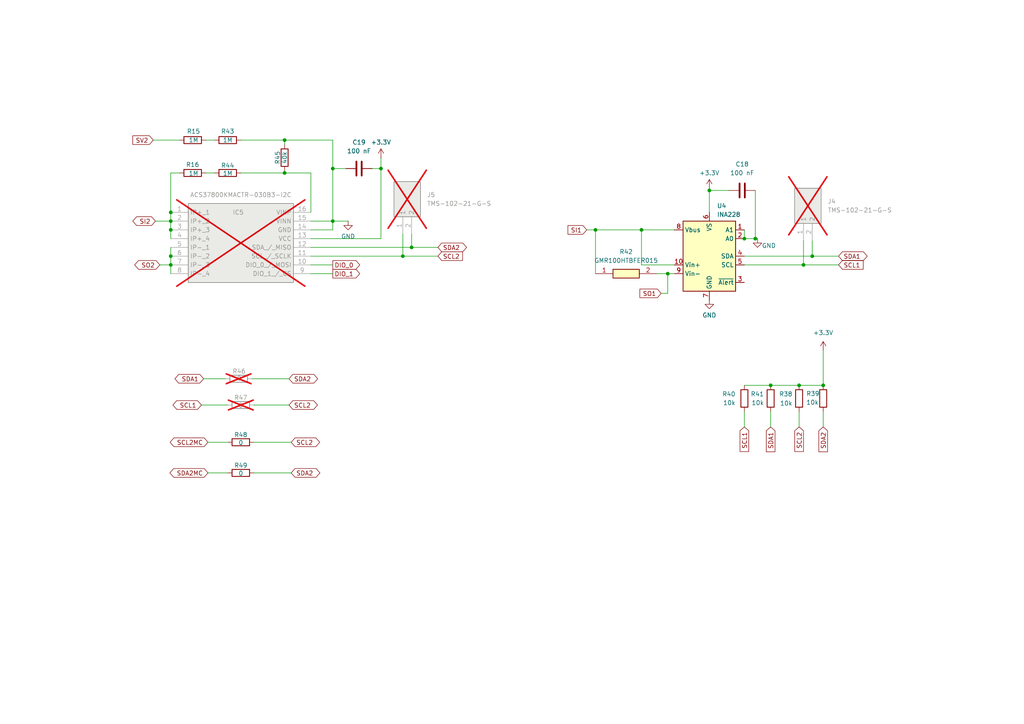
<source format=kicad_sch>
(kicad_sch (version 20231120) (generator "eeschema") (generator_version "8.0")
  (paper "A4")
  (lib_symbols
    (symbol "Device:C" (pin_numbers hide) (pin_names (offset 0.254))
      (property "Reference" "C" (at 0.635 2.54 0))
      (property "Value" "C" (at 0.635 -2.54 0))
      (symbol "C_0_1"
        (polyline (pts (xy -2.032 -0.762) (xy 2.032 -0.762)) (stroke (width 0.508)))
        (polyline (pts (xy -2.032 0.762) (xy 2.032 0.762)) (stroke (width 0.508)))
      )
      (symbol "C_1_1"
        (pin passive line (at 0 3.81 270) (length 2.794) (name "~") (number "1"))
        (pin passive line (at 0 -3.81 90) (length 2.794) (name "~") (number "2"))
      )
    )
    (symbol "Device:R" (pin_numbers hide) (pin_names (offset 0))
      (property "Reference" "R" (at 2.032 0 90))
      (property "Value" "R" (at 0 0 90))
      (symbol "R_0_1"
        (rectangle (start -1.016 -2.54) (end 1.016 2.54) (stroke (width 0.254)))
      )
      (symbol "R_1_1"
        (pin passive line (at 0 3.81 270) (length 1.27) (name "~") (number "1"))
        (pin passive line (at 0 -3.81 90) (length 1.27) (name "~") (number "2"))
      )
    )
    (symbol "SamacSys_Parts:ACS37800KMACTR-030B3-I2C"
      (property "Reference" "IC" (at 36.83 7.62 0))
      (property "Value" "ACS37800KMACTR-030B3-I2C" (at 36.83 5.08 0))
      (symbol "ACS37800KMACTR-030B3-I2C_1_1"
        (rectangle (start 5.08 2.54) (end 35.56 -20.32) (stroke (width 0.254)) (fill (type background)))
        (pin passive line (at 0 0 0) (length 5.08) (name "IP+_1") (number "1"))
        (pin passive line (at 40.64 -15.24 180) (length 5.08) (name "DIO_0_/_MOSI") (number "10"))
        (pin passive line (at 40.64 -12.7 180) (length 5.08) (name "SCL_/_SCLK") (number "11"))
        (pin passive line (at 40.64 -10.16 180) (length 5.08) (name "SDA_/_MISO") (number "12"))
        (pin passive line (at 40.64 -7.62 180) (length 5.08) (name "VCC") (number "13"))
        (pin passive line (at 40.64 -5.08 180) (length 5.08) (name "GND") (number "14"))
        (pin passive line (at 40.64 -2.54 180) (length 5.08) (name "VINN") (number "15"))
        (pin passive line (at 40.64 0 180) (length 5.08) (name "VINP") (number "16"))
        (pin passive line (at 0 -2.54 0) (length 5.08) (name "IP+_2") (number "2"))
        (pin passive line (at 0 -5.08 0) (length 5.08) (name "IP+_3") (number "3"))
        (pin passive line (at 0 -7.62 0) (length 5.08) (name "IP+_4") (number "4"))
        (pin passive line (at 0 -10.16 0) (length 5.08) (name "IP-_1") (number "5"))
        (pin passive line (at 0 -12.7 0) (length 5.08) (name "IP-_2") (number "6"))
        (pin passive line (at 0 -15.24 0) (length 5.08) (name "IP-_3") (number "7"))
        (pin passive line (at 0 -17.78 0) (length 5.08) (name "IP-_4") (number "8"))
        (pin passive line (at 40.64 -17.78 180) (length 5.08) (name "DIO_1_/_CS") (number "9"))
      )
    )
    (symbol "SamacSys_Parts:GMR100HTBFER015" (pin_names hide)
      (property "Reference" "R" (at 13.97 6.35 0))
      (property "Value" "GMR100HTBFER015" (at 13.97 3.81 0))
      (symbol "GMR100HTBFER015_1_1"
        (rectangle (start 5.08 1.27) (end 12.7 -1.27) (stroke (width 0.254)) (fill (type background)))
        (pin passive line (at 0 0 0) (length 5.08) (name "1") (number "1"))
        (pin passive line (at 17.78 0 180) (length 5.08) (name "2") (number "2"))
      )
    )
    (symbol "SamacSys_Parts:TMS-102-21-G-S"
      (property "Reference" "J" (at 16.51 7.62 0))
      (property "Value" "TMS-102-21-G-S" (at 16.51 5.08 0))
      (symbol "TMS-102-21-G-S_1_1"
        (rectangle (start 5.08 2.54) (end 15.24 -5.08) (stroke (width 0.254)) (fill (type background)))
        (pin passive line (at 0 0 0) (length 5.08) (name "1") (number "1"))
        (pin passive line (at 0 -2.54 0) (length 5.08) (name "2") (number "2"))
      )
    )
    (symbol "Sensor_Energy:INA228"
      (property "Reference" "U" (at -6.35 11.43 0))
      (property "Value" "INA228" (at 3.81 11.43 0))
      (symbol "INA228_0_1"
        (rectangle (start 7.62 10.16) (end -7.62 -10.16) (stroke (width 0.254)) (fill (type background)))
      )
      (symbol "INA228_1_1"
        (pin input line (at 10.16 7.62 180) (length 2.54) (name "A1") (number "1"))
        (pin input line (at -10.16 -2.54 0) (length 2.54) (name "Vin+") (number "10"))
        (pin input line (at 10.16 5.08 180) (length 2.54) (name "A0") (number "2"))
        (pin open_collector line (at 10.16 -7.62 180) (length 2.54) (name "~{Alert}") (number "3"))
        (pin bidirectional line (at 10.16 0 180) (length 2.54) (name "SDA") (number "4"))
        (pin input line (at 10.16 -2.54 180) (length 2.54) (name "SCL") (number "5"))
        (pin power_in line (at 0 12.7 270) (length 2.54) (name "VS") (number "6"))
        (pin power_in line (at 0 -12.7 90) (length 2.54) (name "GND") (number "7"))
        (pin input line (at -10.16 7.62 0) (length 2.54) (name "Vbus") (number "8"))
        (pin input line (at -10.16 -5.08 0) (length 2.54) (name "Vin-") (number "9"))
      )
    )
    (symbol "power:+3.3V" (power) (pin_numbers hide) (pin_names (offset 0) hide)
      (property "Value" "+3.3V" (at 0 3.556 0))
      (symbol "+3.3V_0_1"
        (polyline (pts (xy -0.762 1.27) (xy 0 2.54)))
        (polyline (pts (xy 0 0) (xy 0 2.54)))
        (polyline (pts (xy 0 2.54) (xy 0.762 1.27)))
      )
      (symbol "+3.3V_1_1"
        (pin power_in line (at 0 0 90) (length 0) (name "~") (number "1"))
      )
    )
    (symbol "power:GND" (power) (pin_numbers hide) (pin_names (offset 0) hide)
      (property "Value" "GND" (at 0 -3.81 0))
      (symbol "GND_0_1"
        (polyline (pts (xy 0 0) (xy 0 -1.27) (xy 1.27 -1.27) (xy 0 -2.54) (xy -1.27 -1.27) (xy 0 -1.27)))
      )
      (symbol "GND_1_1"
        (pin power_in line (at 0 0 270) (length 0) (name "~") (number "1"))
      )
    )
  )
  (junction (at 49.53 76.835))
  (junction (at 215.9 69.215))
  (junction (at 49.53 64.135))
  (junction (at 235.585 74.295))
  (junction (at 110.49 48.895))
  (junction (at 172.72 66.675))
  (junction (at 233.045 76.835))
  (junction (at 186.055 66.675))
  (junction (at 231.775 111.76))
  (junction (at 82.55 40.64))
  (junction (at 49.53 66.675))
  (junction (at 193.675 79.375))
  (junction (at 223.52 111.76))
  (junction (at 205.74 55.245))
  (junction (at 119.38 71.755))
  (junction (at 49.53 61.595))
  (junction (at 219.075 69.215))
  (junction (at 82.55 50.165))
  (junction (at 116.84 74.295))
  (junction (at 96.52 64.135))
  (junction (at 49.53 74.295))
  (junction (at 96.52 48.895))
  (junction (at 238.76 111.76))
  (wire (pts (xy 215.9 111.76) (xy 223.52 111.76)))
  (wire (pts (xy 231.775 111.76) (xy 238.76 111.76)))
  (wire (pts (xy 238.76 101.6) (xy 238.76 111.76)))
  (wire (pts (xy 172.72 66.675) (xy 186.055 66.675)))
  (wire (pts (xy 205.74 55.245) (xy 211.455 55.245)))
  (wire (pts (xy 107.95 48.895) (xy 110.49 48.895)))
  (wire (pts (xy 90.17 79.375) (xy 96.52 79.375)))
  (wire (pts (xy 116.84 74.295) (xy 127 74.295)))
  (wire (pts (xy 195.58 76.835) (xy 186.055 76.835)))
  (wire (pts (xy 49.53 66.675) (xy 49.53 69.215)))
  (wire (pts (xy 58.42 117.475) (xy 66.04 117.475)))
  (wire (pts (xy 215.9 69.215) (xy 219.075 69.215)))
  (wire (pts (xy 119.38 71.755) (xy 127 71.755)))
  (wire (pts (xy 45.085 64.135) (xy 49.53 64.135)))
  (wire (pts (xy 82.55 49.53) (xy 82.55 50.165)))
  (wire (pts (xy 233.045 76.835) (xy 243.205 76.835)))
  (wire (pts (xy 215.9 119.38) (xy 215.9 123.825)))
  (wire (pts (xy 96.52 64.135) (xy 96.52 66.675)))
  (wire (pts (xy 235.585 74.295) (xy 243.205 74.295)))
  (wire (pts (xy 96.52 64.135) (xy 90.17 64.135)))
  (wire (pts (xy 205.74 55.245) (xy 205.74 61.595)))
  (wire (pts (xy 44.45 40.64) (xy 52.07 40.64)))
  (wire (pts (xy 215.9 66.675) (xy 215.9 69.215)))
  (wire (pts (xy 49.53 64.135) (xy 49.53 66.675)))
  (wire (pts (xy 223.52 111.76) (xy 231.775 111.76)))
  (wire (pts (xy 231.775 119.38) (xy 231.775 123.825)))
  (wire (pts (xy 223.52 119.38) (xy 223.52 123.825)))
  (wire (pts (xy 73.66 137.16) (xy 84.455 137.16)))
  (wire (pts (xy 238.76 119.38) (xy 238.76 123.825)))
  (wire (pts (xy 190.5 79.375) (xy 193.675 79.375)))
  (wire (pts (xy 59.69 50.165) (xy 62.23 50.165)))
  (wire (pts (xy 96.52 48.895) (xy 100.33 48.895)))
  (wire (pts (xy 49.53 71.755) (xy 49.53 74.295)))
  (wire (pts (xy 186.055 76.835) (xy 186.055 66.675)))
  (wire (pts (xy 73.025 109.855) (xy 83.82 109.855)))
  (wire (pts (xy 219.075 55.245) (xy 219.075 69.215)))
  (wire (pts (xy 96.52 66.675) (xy 90.17 66.675)))
  (wire (pts (xy 73.66 117.475) (xy 83.82 117.475)))
  (wire (pts (xy 49.53 74.295) (xy 49.53 76.835)))
  (wire (pts (xy 59.055 109.855) (xy 65.405 109.855)))
  (wire (pts (xy 172.72 66.675) (xy 172.72 79.375)))
  (wire (pts (xy 110.49 45.72) (xy 110.49 48.895)))
  (wire (pts (xy 82.55 40.64) (xy 96.52 40.64)))
  (wire (pts (xy 215.9 76.835) (xy 233.045 76.835)))
  (wire (pts (xy 215.9 74.295) (xy 235.585 74.295)))
  (wire (pts (xy 205.74 54.61) (xy 205.74 55.245)))
  (wire (pts (xy 52.07 50.165) (xy 49.53 50.165)))
  (wire (pts (xy 90.17 74.295) (xy 116.84 74.295)))
  (wire (pts (xy 90.17 71.755) (xy 119.38 71.755)))
  (wire (pts (xy 59.69 40.64) (xy 62.23 40.64)))
  (wire (pts (xy 233.045 69.85) (xy 233.045 76.835)))
  (wire (pts (xy 170.18 66.675) (xy 172.72 66.675)))
  (wire (pts (xy 116.84 67.945) (xy 116.84 74.295)))
  (wire (pts (xy 90.17 50.165) (xy 82.55 50.165)))
  (wire (pts (xy 191.77 85.09) (xy 193.675 85.09)))
  (wire (pts (xy 60.325 128.27) (xy 66.04 128.27)))
  (wire (pts (xy 49.53 76.835) (xy 49.53 79.375)))
  (wire (pts (xy 82.55 40.64) (xy 82.55 41.91)))
  (wire (pts (xy 49.53 64.135) (xy 49.53 61.595)))
  (wire (pts (xy 49.53 76.835) (xy 46.355 76.835)))
  (wire (pts (xy 119.38 67.945) (xy 119.38 71.755)))
  (wire (pts (xy 235.585 69.85) (xy 235.585 74.295)))
  (wire (pts (xy 96.52 64.135) (xy 100.965 64.135)))
  (wire (pts (xy 110.49 48.895) (xy 110.49 69.215)))
  (wire (pts (xy 186.055 66.675) (xy 195.58 66.675)))
  (wire (pts (xy 73.66 128.27) (xy 84.455 128.27)))
  (wire (pts (xy 60.325 137.16) (xy 66.04 137.16)))
  (wire (pts (xy 110.49 69.215) (xy 90.17 69.215)))
  (wire (pts (xy 90.17 61.595) (xy 90.17 50.165)))
  (wire (pts (xy 193.675 85.09) (xy 193.675 79.375)))
  (wire (pts (xy 96.52 48.895) (xy 96.52 64.135)))
  (wire (pts (xy 193.675 79.375) (xy 195.58 79.375)))
  (wire (pts (xy 49.53 50.165) (xy 49.53 61.595)))
  (wire (pts (xy 219.075 69.215) (xy 219.71 69.215)))
  (wire (pts (xy 82.55 50.165) (xy 69.85 50.165)))
  (wire (pts (xy 96.52 40.64) (xy 96.52 48.895)))
  (wire (pts (xy 69.85 40.64) (xy 82.55 40.64)))
  (wire (pts (xy 90.17 76.835) (xy 96.52 76.835)))
  (global_label "SCL1" (shape input) (at 243.205 76.835 0) (property "Intersheetrefs" "${INTERSHEET_REFS}" (effects (hide yes))))
  (global_label "SDA2" (shape input) (at 238.76 123.825 270) (property "Intersheetrefs" "${INTERSHEET_REFS}" (effects (hide yes))))
  (global_label "SDA2" (shape bidirectional) (at 83.82 109.855 0) (property "Intersheetrefs" "${INTERSHEET_REFS}" (effects (hide yes))))
  (global_label "SDA1" (shape bidirectional) (at 59.055 109.855 180) (property "Intersheetrefs" "${INTERSHEET_REFS}" (effects (hide yes))))
  (global_label "SV2" (shape input) (at 44.45 40.64 180) (property "Intersheetrefs" "${INTERSHEET_REFS}" (effects (hide yes))))
  (global_label "SCL2" (shape input) (at 231.775 123.825 270) (property "Intersheetrefs" "${INTERSHEET_REFS}" (effects (hide yes))))
  (global_label "SCL1" (shape bidirectional) (at 58.42 117.475 180) (property "Intersheetrefs" "${INTERSHEET_REFS}" (effects (hide yes))))
  (global_label "SDA2MC" (shape bidirectional) (at 60.325 137.16 180) (property "Intersheetrefs" "${INTERSHEET_REFS}" (effects (hide yes))))
  (global_label "SCL1" (shape input) (at 215.9 123.825 270) (property "Intersheetrefs" "${INTERSHEET_REFS}" (effects (hide yes))))
  (global_label "SDA2" (shape bidirectional) (at 127 71.755 0) (property "Intersheetrefs" "${INTERSHEET_REFS}" (effects (hide yes))))
  (global_label "DIO_0" (shape output) (at 96.52 76.835 0) (property "Intersheetrefs" "${INTERSHEET_REFS}" (effects (hide yes))))
  (global_label "SCL2" (shape bidirectional) (at 84.455 128.27 0) (property "Intersheetrefs" "${INTERSHEET_REFS}" (effects (hide yes))))
  (global_label "SI1" (shape input) (at 170.18 66.675 180) (property "Intersheetrefs" "${INTERSHEET_REFS}" (effects (hide yes))))
  (global_label "SI2" (shape bidirectional) (at 45.085 64.135 180) (property "Intersheetrefs" "${INTERSHEET_REFS}" (effects (hide yes))))
  (global_label "SO2" (shape bidirectional) (at 46.355 76.835 180) (property "Intersheetrefs" "${INTERSHEET_REFS}" (effects (hide yes))))
  (global_label "SDA1" (shape bidirectional) (at 243.205 74.295 0) (property "Intersheetrefs" "${INTERSHEET_REFS}" (effects (hide yes))))
  (global_label "SDA2" (shape bidirectional) (at 84.455 137.16 0) (property "Intersheetrefs" "${INTERSHEET_REFS}" (effects (hide yes))))
  (global_label "DIO_1" (shape output) (at 96.52 79.375 0) (property "Intersheetrefs" "${INTERSHEET_REFS}" (effects (hide yes))))
  (global_label "SO1" (shape input) (at 191.77 85.09 180) (property "Intersheetrefs" "${INTERSHEET_REFS}" (effects (hide yes))))
  (global_label "SDA1" (shape input) (at 223.52 123.825 270) (property "Intersheetrefs" "${INTERSHEET_REFS}" (effects (hide yes))))
  (global_label "SCL2MC" (shape bidirectional) (at 60.325 128.27 180) (property "Intersheetrefs" "${INTERSHEET_REFS}" (effects (hide yes))))
  (global_label "SCL2" (shape bidirectional) (at 83.82 117.475 0) (property "Intersheetrefs" "${INTERSHEET_REFS}" (effects (hide yes))))
  (global_label "SCL2" (shape input) (at 127 74.295 0) (property "Intersheetrefs" "${INTERSHEET_REFS}" (effects (hide yes))))
  (symbol (lib_id "Device:R") (at 215.9 115.57 0) (unit 1)
    (property "Reference" "R40" (at 213.36 114.2999 0) (effects (justify right)))
    (property "Value" "10k" (at 213.36 116.8399 0) (effects (justify right)))
    (property "Footprint" "Resistor_SMD:R_0805_2012Metric_Pad1.20x1.40mm_HandSolder" (effects (hide yes)))
    (property "Description" "Resistor" (effects (hide yes)))
    (property "LCSC Part#" "C84376" (effects (hide yes)))
  )
  (symbol (lib_id "power:+3.3V") (at 110.49 45.72 0) (unit 1)
    (property "Reference" "#PWR043" (effects (hide yes)))
    (property "Value" "+3.3V" (at 110.49 41.275 0))
    (property "Description" "Power symbol creates a global label with name \"+3.3V\"" (effects (hide yes)))
  )
  (symbol (lib_id "power:GND") (at 219.71 69.215 0) (unit 1)
    (property "Reference" "#PWR042" (effects (hide yes)))
    (property "Value" "GND" (at 223.012 71.247 0))
    (property "Description" "Power symbol creates a global label with name \"GND\" , ground" (effects (hide yes)))
  )
  (symbol (lib_id "Device:R") (at 66.04 50.165 270) (mirror x) (unit 1)
    (property "Reference" "R44" (at 66.04 48.006 90))
    (property "Value" "1M" (at 66.04 50.292 90))
    (property "Footprint" "Resistor_SMD:R_0805_2012Metric_Pad1.20x1.40mm_HandSolder" (effects (hide yes)))
    (property "Description" "Resistor" (effects (hide yes)))
    (property "LCSC Part#" "C2771009" (effects (hide yes)))
  )
  (symbol (lib_id "Sensor_Energy:INA228") (at 205.74 74.295 0) (unit 1)
    (property "Reference" "U4" (at 207.9341 59.69 0) (effects (justify left)))
    (property "Value" "INA228" (at 207.9341 62.23 0) (effects (justify left)))
    (property "Footprint" "Package_SO:VSSOP-10_3x3mm_P0.5mm" (effects (hide yes)))
    (property "Datasheet" "https://www.ti.com/lit/ds/symlink/ina228.pdf" (effects (hide yes)))
    (property "Description" "High-Side or Low-Side Measurement, Bi-Directional Current and Power Monitor (0-85V) with I2C, SMBus-, and PMBus-Compatible Interface, VSSOP-10" (effects (hide yes)))
    (property "LCSC Part#" "C2862904" (effects (hide yes)))
  )
  (symbol (lib_id "power:GND") (at 205.74 86.995 0) (unit 1)
    (property "Reference" "#PWR039" (effects (hide yes)))
    (property "Value" "GND" (at 205.74 91.44 0))
    (property "Description" "Power symbol creates a global label with name \"GND\" , ground" (effects (hide yes)))
  )
  (symbol (lib_id "SamacSys_Parts:GMR100HTBFER015") (at 172.72 79.375 0) (unit 1)
    (property "Reference" "R42" (at 181.61 73.025 0))
    (property "Value" "GMR100HTBFER015" (at 181.61 75.565 0))
    (property "Footprint" "Resistor_SMD:R_2512_6332Metric_Pad1.40x3.35mm_HandSolder" (effects (hide yes)))
    (property "Datasheet" "https://componentsearchengine.com/Datasheets/1/GMR100HTBFER015.pdf" (effects (hide yes)))
    (property "Description" "Current Sense Resistors - SMD 2512 0.015ohm 1% Shunt Res AEC-Q200" (effects (hide yes)))
    (property "Height" "0.55" (effects (hide yes)))
    (property "Mouser Part Number" "755-GMR100HTBFER015" (effects (hide yes)))
    (property "Mouser Price/Stock" "https://www.mouser.co.uk/ProductDetail/ROHM-Semiconductor/GMR100HTBFER015?qs=chTDxNqvsykqKkV4Tw5NrA%3D%3D" (effects (hide yes)))
    (property "Manufacturer_Name" "ROHM Semiconductor" (effects (hide yes)))
    (property "Manufacturer_Part_Number" "GMR100HTBFER015" (effects (hide yes)))
    (property "LCSC Part#" "C2985715" (effects (hide yes)))
  )
  (symbol (lib_id "SamacSys_Parts:ACS37800KMACTR-030B3-I2C") (at 49.53 61.595 0) (unit 1) (dnp yes)
    (property "Reference" "IC5" (at 69.088 61.595 0))
    (property "Value" "ACS37800KMACTR-030B3-I2C" (at 69.85 56.515 0))
    (property "Footprint" "ACS37002LMCA050U5" (effects (hide yes)))
    (property "Datasheet" "https://www.allegromicro.com/-/media/files/datasheets/acs37800-datasheet.ashx?sc_lang=en&hash=1C7B0351F268B7F35F9A980074E4AA62" (effects (hide yes)))
    (property "Description" "Isolated, Digital Output, Power Monitoring IC With Zero-Crossing Detection, Overcurrent And Overvoltage Flagging" (effects (hide yes)))
    (property "Height" "3.285" (effects (hide yes)))
    (property "Mouser Part Number" "250-KMACTR-030B3-I2C" (effects (hide yes)))
    (property "Mouser Price/Stock" "https://www.mouser.co.uk/ProductDetail/Allegro-MicroSystems/ACS37800KMACTR-030B3-I2C?qs=e8oIoAS2J1T%2FXN2DlQrWmw%3D%3D" (effects (hide yes)))
    (property "Manufacturer_Name" "Allegro Microsystems" (effects (hide yes)))
    (property "Manufacturer_Part_Number" "ACS37800KMACTR-030B3-I2C" (effects (hide yes)))
  )
  (symbol (lib_id "Device:R") (at 69.215 109.855 270) (unit 1) (dnp yes)
    (property "Reference" "R46" (at 69.342 107.696 90))
    (property "Value" "0" (at 69.342 109.728 90))
    (property "Footprint" "Resistor_SMD:R_0805_2012Metric_Pad1.20x1.40mm_HandSolder" (effects (hide yes)))
    (property "Description" "Resistor" (effects (hide yes)))
  )
  (symbol (lib_id "Device:R") (at 223.52 115.57 0) (unit 1)
    (property "Reference" "R41" (at 221.615 114.2999 0) (effects (justify right)))
    (property "Value" "10k" (at 221.615 116.8399 0) (effects (justify right)))
    (property "Footprint" "Resistor_SMD:R_0805_2012Metric_Pad1.20x1.40mm_HandSolder" (effects (hide yes)))
    (property "Description" "Resistor" (effects (hide yes)))
    (property "LCSC Part#" "C84376" (effects (hide yes)))
  )
  (symbol (lib_id "SamacSys_Parts:TMS-102-21-G-S") (at 233.045 69.85 90) (unit 1) (dnp yes)
    (property "Reference" "J4" (at 240.03 58.4199 90) (effects (justify right)))
    (property "Value" "TMS-102-21-G-S" (at 240.03 60.9599 90) (effects (justify right)))
    (property "Footprint" "SamacSys_Parts:TMS-102-YY-XX-S" (effects (hide yes)))
    (property "Datasheet" "http://suddendocs.samtec.com/prints/tms-1xx-xx-xx-x-xx-xxx-mkt.pdf" (effects (hide yes)))
    (property "Description" "2 Position, Single-Row .050&quot; x .100&quot; Micro Terminal Strip" (effects (hide yes)))
    (property "Mouser Part Number" "200-TMS10221GS" (effects (hide yes)))
    (property "Mouser Price/Stock" "https://www.mouser.co.uk/ProductDetail/Samtec/TMS-102-21-G-S?qs=0lQeLiL1qya3I3g9lQbxtA%3D%3D" (effects (hide yes)))
    (property "Manufacturer_Name" "SAMTEC" (effects (hide yes)))
    (property "Manufacturer_Part_Number" "TMS-102-21-G-S" (effects (hide yes)))
  )
  (symbol (lib_id "power:+3.3V") (at 238.76 101.6 0) (mirror y) (unit 1)
    (property "Reference" "#PWR017" (effects (hide yes)))
    (property "Value" "+3.3V" (at 238.76 96.52 0))
    (property "Description" "Power symbol creates a global label with name \"+3.3V\"" (effects (hide yes)))
  )
  (symbol (lib_id "Device:C") (at 215.265 55.245 90) (unit 1)
    (property "Reference" "C18" (at 215.265 47.625 90))
    (property "Value" "100 nF" (at 215.265 50.165 90))
    (property "Footprint" "Resistor_SMD:R_0805_2012Metric_Pad1.20x1.40mm_HandSolder" (effects (hide yes)))
    (property "Description" "Unpolarized capacitor" (effects (hide yes)))
    (property "LCSC Part#" "C49678" (effects (hide yes)))
  )
  (symbol (lib_id "Device:R") (at 55.88 50.165 270) (mirror x) (unit 1)
    (property "Reference" "R16" (at 55.88 47.752 90))
    (property "Value" "1M" (at 56.134 50.292 90))
    (property "Footprint" "Resistor_SMD:R_0805_2012Metric_Pad1.20x1.40mm_HandSolder" (effects (hide yes)))
    (property "Description" "Resistor" (effects (hide yes)))
    (property "LCSC Part#" "C2771009" (effects (hide yes)))
  )
  (symbol (lib_id "Device:R") (at 69.85 137.16 270) (unit 1)
    (property "Reference" "R49" (at 69.85 135.001 90))
    (property "Value" "0" (at 69.85 137.287 90))
    (property "Footprint" "Resistor_SMD:R_0805_2012Metric_Pad1.20x1.40mm_HandSolder" (effects (hide yes)))
    (property "Description" "Resistor" (effects (hide yes)))
    (property "LCSC Part#" "C2074219" (effects (hide yes)))
  )
  (symbol (lib_id "Device:R") (at 55.88 40.64 270) (mirror x) (unit 1)
    (property "Reference" "R15" (at 56.134 38.1 90))
    (property "Value" "1M" (at 56.134 40.64 90))
    (property "Footprint" "Resistor_SMD:R_0805_2012Metric_Pad1.20x1.40mm_HandSolder" (effects (hide yes)))
    (property "Description" "Resistor" (effects (hide yes)))
    (property "LCSC Part#" "C2771009" (effects (hide yes)))
  )
  (symbol (lib_id "Device:R") (at 82.55 45.72 0) (mirror x) (unit 1)
    (property "Reference" "R45" (at 80.518 45.72 90))
    (property "Value" "40k" (at 82.55 45.72 90))
    (property "Footprint" "Resistor_SMD:R_0805_2012Metric_Pad1.20x1.40mm_HandSolder" (effects (hide yes)))
    (property "Description" "Resistor" (effects (hide yes)))
    (property "LCSC Part#" "C5266069" (effects (hide yes)))
  )
  (symbol (lib_id "power:GND") (at 100.965 64.135 0) (unit 1)
    (property "Reference" "#PWR040" (effects (hide yes)))
    (property "Value" "GND" (at 100.965 68.58 0))
    (property "Description" "Power symbol creates a global label with name \"GND\" , ground" (effects (hide yes)))
  )
  (symbol (lib_id "Device:R") (at 69.85 128.27 270) (unit 1)
    (property "Reference" "R48" (at 69.85 126.111 90))
    (property "Value" "0" (at 69.85 128.397 90))
    (property "Footprint" "Resistor_SMD:R_0805_2012Metric_Pad1.20x1.40mm_HandSolder" (effects (hide yes)))
    (property "LCSC Part#" "C2074219" (effects (hide yes)))
  )
  (symbol (lib_id "Device:R") (at 69.85 117.475 270) (unit 1) (dnp yes)
    (property "Reference" "R47" (at 69.85 115.316 90))
    (property "Value" "0" (at 69.85 117.602 90))
    (property "Footprint" "Resistor_SMD:R_0805_2012Metric_Pad1.20x1.40mm_HandSolder" (effects (hide yes)))
    (property "Description" "Resistor" (effects (hide yes)))
  )
  (symbol (lib_id "Device:C") (at 104.14 48.895 270) (unit 1)
    (property "Reference" "C19" (at 104.14 41.275 90))
    (property "Value" "100 nF" (at 104.14 43.815 90))
    (property "Footprint" "Capacitor_SMD:C_0805_2012Metric" (effects (hide yes)))
    (property "Description" "Unpolarized capacitor" (effects (hide yes)))
    (property "LCSC Part#" "C49678" (effects (hide yes)))
  )
  (symbol (lib_id "Device:R") (at 238.76 115.57 180) (unit 1)
    (property "Reference" "R39" (at 233.807 114.173 0) (effects (justify right)))
    (property "Value" "10k" (at 233.807 116.713 0) (effects (justify right)))
    (property "Footprint" "Resistor_SMD:R_0805_2012Metric_Pad1.20x1.40mm_HandSolder" (effects (hide yes)))
    (property "Description" "Resistor" (effects (hide yes)))
    (property "LCSC Part#" "C84376" (effects (hide yes)))
  )
  (symbol (lib_id "Device:R") (at 66.04 40.64 270) (mirror x) (unit 1)
    (property "Reference" "R43" (at 66.04 38.1 90))
    (property "Value" "1M" (at 66.04 40.64 90))
    (property "Footprint" "Resistor_SMD:R_0805_2012Metric_Pad1.20x1.40mm_HandSolder" (effects (hide yes)))
    (property "Description" "Resistor" (effects (hide yes)))
    (property "LCSC Part#" "C2771009" (effects (hide yes)))
  )
  (symbol (lib_id "power:+3.3V") (at 205.74 54.61 0) (unit 1)
    (property "Reference" "#PWR038" (effects (hide yes)))
    (property "Value" "+3.3V" (at 205.74 50.165 0))
    (property "Description" "Power symbol creates a global label with name \"+3.3V\"" (effects (hide yes)))
  )
  (symbol (lib_id "SamacSys_Parts:TMS-102-21-G-S") (at 116.84 67.945 90) (unit 1) (dnp yes)
    (property "Reference" "J5" (at 123.825 56.5149 90) (effects (justify right)))
    (property "Value" "TMS-102-21-G-S" (at 123.825 59.0549 90) (effects (justify right)))
    (property "Footprint" "SamacSys_Parts:TMS-102-YY-XX-S" (effects (hide yes)))
    (property "Datasheet" "http://suddendocs.samtec.com/prints/tms-1xx-xx-xx-x-xx-xxx-mkt.pdf" (effects (hide yes)))
    (property "Description" "2 Position, Single-Row .050&quot; x .100&quot; Micro Terminal Strip" (effects (hide yes)))
    (property "Mouser Part Number" "200-TMS10221GS" (effects (hide yes)))
    (property "Mouser Price/Stock" "https://www.mouser.co.uk/ProductDetail/Samtec/TMS-102-21-G-S?qs=0lQeLiL1qya3I3g9lQbxtA%3D%3D" (effects (hide yes)))
    (property "Manufacturer_Name" "SAMTEC" (effects (hide yes)))
    (property "Manufacturer_Part_Number" "TMS-102-21-G-S" (effects (hide yes)))
  )
  (symbol (lib_id "Device:R") (at 231.775 115.57 180) (unit 1)
    (property "Reference" "R38" (at 229.87 114.2999 0) (effects (justify left)))
    (property "Value" "10k" (at 229.87 116.967 0) (effects (justify left)))
    (property "Footprint" "Resistor_SMD:R_0805_2012Metric_Pad1.20x1.40mm_HandSolder" (effects (hide yes)))
    (property "Description" "Resistor" (effects (hide yes)))
    (property "LCSC Part#" "C84376" (effects (hide yes)))
  )
)
</source>
